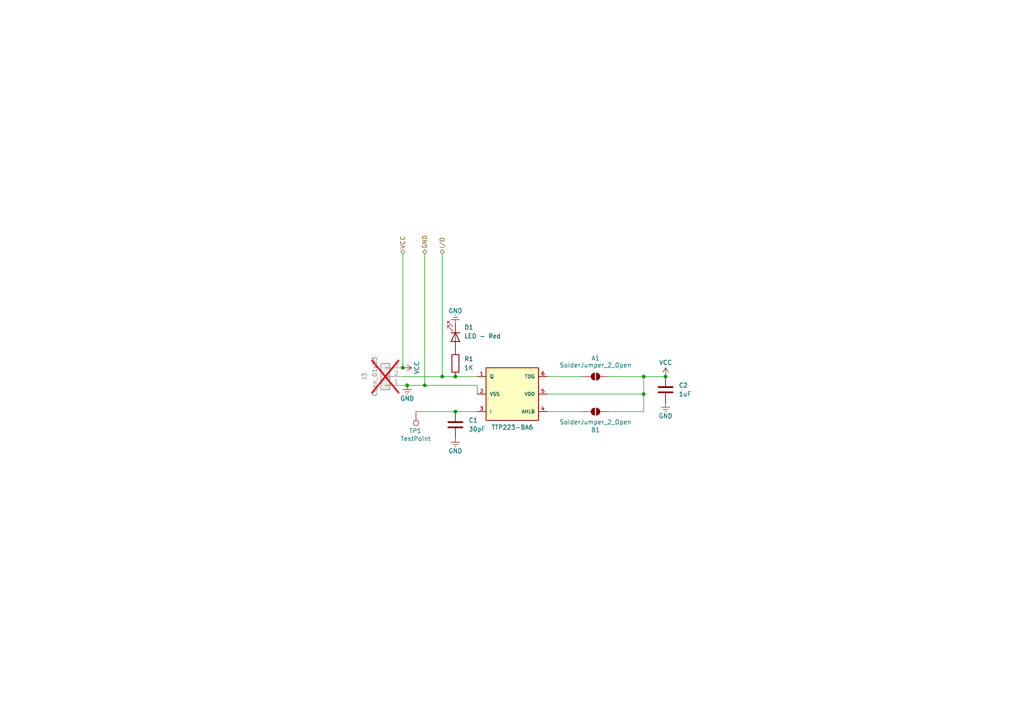
<source format=kicad_sch>
(kicad_sch (version 20231120) (generator "eeschema") (generator_version "8.0")
  (paper "A4")
  (lib_symbols
    (symbol "Connector:TestPoint" (pin_numbers hide) (pin_names (offset 0.762) hide)
      (property "Reference" "TP" (at 0 6.858 0))
      (property "Value" "TestPoint" (at 0 5.08 0))
      (symbol "TestPoint_0_1"
        (circle (center 0 3.302) (radius 0.762))
      )
      (symbol "TestPoint_1_1"
        (pin passive line (at 0 0 90) (length 2.54) (name "1") (number "1"))
      )
    )
    (symbol "Connector_Generic:Conn_01x03" (pin_names (offset 1.016) hide)
      (property "Reference" "J" (at 0 5.08 0))
      (property "Value" "Conn_01x03" (at 0 -5.08 0))
      (symbol "Conn_01x03_1_1"
        (rectangle (start -1.27 -2.413) (end 0 -2.667) (stroke (width 0.1524)))
        (rectangle (start -1.27 0.127) (end 0 -0.127) (stroke (width 0.1524)))
        (rectangle (start -1.27 2.667) (end 0 2.413) (stroke (width 0.1524)))
        (rectangle (start -1.27 3.81) (end 1.27 -3.81) (stroke (width 0.254)) (fill (type background)))
        (pin passive line (at -5.08 2.54 0) (length 3.81) (name "Pin_1") (number "1"))
        (pin passive line (at -5.08 0 0) (length 3.81) (name "Pin_2") (number "2"))
        (pin passive line (at -5.08 -2.54 0) (length 3.81) (name "Pin_3") (number "3"))
      )
    )
    (symbol "Device:C" (pin_numbers hide) (pin_names (offset 0.254))
      (property "Reference" "C" (at 0.635 2.54 0))
      (property "Value" "C" (at 0.635 -2.54 0))
      (symbol "C_0_1"
        (polyline (pts (xy -2.032 -0.762) (xy 2.032 -0.762)) (stroke (width 0.508)))
        (polyline (pts (xy -2.032 0.762) (xy 2.032 0.762)) (stroke (width 0.508)))
      )
      (symbol "C_1_1"
        (pin passive line (at 0 3.81 270) (length 2.794) (name "~") (number "1"))
        (pin passive line (at 0 -3.81 90) (length 2.794) (name "~") (number "2"))
      )
    )
    (symbol "Device:LED" (pin_numbers hide) (pin_names (offset 1.016) hide)
      (property "Reference" "D" (at 0 2.54 0))
      (property "Value" "LED" (at 0 -2.54 0))
      (symbol "LED_0_1"
        (polyline (pts (xy -1.27 -1.27) (xy -1.27 1.27)) (stroke (width 0.254)))
        (polyline (pts (xy -1.27 0) (xy 1.27 0)))
        (polyline (pts (xy 1.27 -1.27) (xy 1.27 1.27) (xy -1.27 0) (xy 1.27 -1.27)) (stroke (width 0.254)))
        (polyline (pts (xy -3.048 -0.762) (xy -4.572 -2.286) (xy -3.81 -2.286) (xy -4.572 -2.286) (xy -4.572 -1.524)))
        (polyline (pts (xy -1.778 -0.762) (xy -3.302 -2.286) (xy -2.54 -2.286) (xy -3.302 -2.286) (xy -3.302 -1.524)))
      )
      (symbol "LED_1_1"
        (pin passive line (at -3.81 0 0) (length 2.54) (name "K") (number "1"))
        (pin passive line (at 3.81 0 180) (length 2.54) (name "A") (number "2"))
      )
    )
    (symbol "Device:R" (pin_numbers hide) (pin_names (offset 0))
      (property "Reference" "R" (at 2.032 0 90))
      (property "Value" "R" (at 0 0 90))
      (symbol "R_0_1"
        (rectangle (start -1.016 -2.54) (end 1.016 2.54) (stroke (width 0.254)))
      )
      (symbol "R_1_1"
        (pin passive line (at 0 3.81 270) (length 1.27) (name "~") (number "1"))
        (pin passive line (at 0 -3.81 90) (length 1.27) (name "~") (number "2"))
      )
    )
    (symbol "Jumper:SolderJumper_2_Open" (pin_numbers hide) (pin_names (offset 0) hide) (exclude_from_sim yes) (in_bom no)
      (property "Reference" "JP" (at 0 2.032 0))
      (property "Value" "SolderJumper_2_Open" (at 0 -2.54 0))
      (symbol "SolderJumper_2_Open_0_1"
        (arc (start -0.254 1.016) (mid -1.2656 0) (end -0.254 -1.016))
        (arc (start -0.254 1.016) (mid -1.2656 0) (end -0.254 -1.016) (fill (type outline)))
        (polyline (pts (xy -0.254 1.016) (xy -0.254 -1.016)))
        (polyline (pts (xy 0.254 1.016) (xy 0.254 -1.016)))
        (arc (start 0.254 -1.016) (mid 1.2656 0) (end 0.254 1.016))
        (arc (start 0.254 -1.016) (mid 1.2656 0) (end 0.254 1.016) (fill (type outline)))
      )
      (symbol "SolderJumper_2_Open_1_1"
        (pin passive line (at -3.81 0 0) (length 2.54) (name "A") (number "1"))
        (pin passive line (at 3.81 0 180) (length 2.54) (name "B") (number "2"))
      )
    )
    (symbol "TTP223-BA6:TTP223-BA6" (pin_names (offset 1.016))
      (property "Reference" "U" (at -1.27 10.668 0))
      (property "Value" "TTP223-BA6" (at -6.35 -7.874 0))
      (property "Manufacturer Part" "TTP233H-BA6" (at 0 0 0))
      (property "JLCPCB" "C2890349" (at 0 0 0))
      (symbol "TTP223-BA6_0_0"
        (rectangle (start -7.62 -5.08) (end 7.62 10.16) (stroke (width 0.254)) (fill (type background)))
        (pin unspecified line (at -10.16 7.62 0) (length 2.54) (name "Q") (number "1"))
        (pin unspecified line (at -10.16 2.54 0) (length 2.54) (name "VSS") (number "2"))
        (pin unspecified line (at -10.16 -2.54 0) (length 2.54) (name "I") (number "3"))
        (pin unspecified line (at 10.16 -2.54 180) (length 2.54) (name "AHLB") (number "4"))
        (pin unspecified line (at 10.16 2.54 180) (length 2.54) (name "VDD") (number "5"))
        (pin unspecified line (at 10.16 7.62 180) (length 2.54) (name "TOG") (number "6"))
      )
    )
    (symbol "power:Earth" (power) (pin_numbers hide) (pin_names (offset 0) hide)
      (property "Value" "Earth" (at 0 -3.81 0))
      (symbol "Earth_0_1"
        (polyline (pts (xy -0.635 -1.905) (xy 0.635 -1.905)))
        (polyline (pts (xy -0.127 -2.54) (xy 0.127 -2.54)))
        (polyline (pts (xy 0 -1.27) (xy 0 0)))
        (polyline (pts (xy 1.27 -1.27) (xy -1.27 -1.27)))
      )
      (symbol "Earth_1_1"
        (pin power_in line (at 0 0 270) (length 0) (name "~") (number "1"))
      )
    )
    (symbol "power:VCC" (power) (pin_numbers hide) (pin_names (offset 0) hide)
      (property "Value" "VCC" (at 0 3.556 0))
      (symbol "VCC_0_1"
        (polyline (pts (xy -0.762 1.27) (xy 0 2.54)))
        (polyline (pts (xy 0 0) (xy 0 2.54)))
        (polyline (pts (xy 0 2.54) (xy 0.762 1.27)))
      )
      (symbol "VCC_1_1"
        (pin power_in line (at 0 0 90) (length 0) (name "~") (number "1"))
      )
    )
  )
  (junction (at 186.69 109.22))
  (junction (at 186.69 114.3))
  (junction (at 132.08 109.22))
  (junction (at 193.04 109.22))
  (junction (at 118.11 111.76))
  (junction (at 128.27 109.22))
  (junction (at 132.08 119.38))
  (junction (at 116.84 106.68))
  (junction (at 123.19 111.76))
  (wire (pts (xy 138.43 111.76) (xy 138.43 114.3)))
  (wire (pts (xy 116.84 73.66) (xy 116.84 106.68)))
  (wire (pts (xy 158.75 119.38) (xy 168.91 119.38)))
  (wire (pts (xy 128.27 109.22) (xy 132.08 109.22)))
  (wire (pts (xy 186.69 114.3) (xy 186.69 119.38)))
  (wire (pts (xy 186.69 114.3) (xy 186.69 109.22)))
  (wire (pts (xy 176.53 119.38) (xy 186.69 119.38)))
  (wire (pts (xy 123.19 111.76) (xy 138.43 111.76)))
  (wire (pts (xy 132.08 119.38) (xy 138.43 119.38)))
  (wire (pts (xy 120.65 119.38) (xy 132.08 119.38)))
  (wire (pts (xy 176.53 109.22) (xy 186.69 109.22)))
  (wire (pts (xy 116.84 111.76) (xy 118.11 111.76)))
  (wire (pts (xy 116.84 109.22) (xy 128.27 109.22)))
  (wire (pts (xy 123.19 73.66) (xy 123.19 111.76)))
  (wire (pts (xy 128.27 73.66) (xy 128.27 109.22)))
  (wire (pts (xy 186.69 109.22) (xy 193.04 109.22)))
  (wire (pts (xy 158.75 109.22) (xy 168.91 109.22)))
  (wire (pts (xy 118.11 111.76) (xy 123.19 111.76)))
  (wire (pts (xy 132.08 109.22) (xy 138.43 109.22)))
  (wire (pts (xy 158.75 114.3) (xy 186.69 114.3)))
  (hierarchical_label "I{slash}O" (shape bidirectional) (at 128.27 73.66 90))
  (hierarchical_label "GND" (shape bidirectional) (at 123.19 73.66 90))
  (hierarchical_label "VCC" (shape bidirectional) (at 116.84 73.66 90))
  (symbol (lib_id "power:Earth") (at 132.08 127 0) (unit 1)
    (property "Reference" "#PWR04" (effects (hide yes)))
    (property "Value" "GND" (at 132.08 130.81 0))
    (property "Description" "Power symbol creates a global label with name \"Earth\"" (effects (hide yes)))
  )
  (symbol (lib_id "Device:R") (at 132.08 105.41 0) (unit 1)
    (property "Reference" "R1" (at 134.62 104.1399 0) (effects (justify left)))
    (property "Value" "1K" (at 134.62 106.6799 0) (effects (justify left)))
    (property "Footprint" "Resistor_SMD:R_0805_2012Metric" (effects (hide yes)))
    (property "Description" "Resistor" (effects (hide yes)))
    (property "Manufacturer Part" "0805W8F1001T5E" (effects (hide yes)))
    (property "JLCPCB" "C17513" (effects (hide yes)))
  )
  (symbol (lib_id "power:Earth") (at 132.08 93.98 180) (unit 1)
    (property "Reference" "#PWR03" (effects (hide yes)))
    (property "Value" "GND" (at 132.08 90.17 0))
    (property "Description" "Power symbol creates a global label with name \"Earth\"" (effects (hide yes)))
  )
  (symbol (lib_id "Device:C") (at 193.04 113.03 0) (unit 1)
    (property "Reference" "C2" (at 196.85 111.7599 0) (effects (justify left)))
    (property "Value" "1uF" (at 196.85 114.2999 0) (effects (justify left)))
    (property "Footprint" "Capacitor_SMD:C_0805_2012Metric" (effects (hide yes)))
    (property "Description" "Unpolarized capacitor" (effects (hide yes)))
    (property "Manufacturer Part" "0805F105M500NT" (effects (hide yes)))
    (property "JLCPCB" "C35795" (effects (hide yes)))
  )
  (symbol (lib_id "TTP223-BA6:TTP223-BA6") (at 148.59 116.84 0) (unit 1)
    (property "Reference" "U1" (effects (hide yes)))
    (property "Value" "TTP223-BA6" (at 148.59 123.952 0))
    (property "Footprint" "extra:TTP223-BA6" (effects (hide yes)))
    (property "Description" "TTP223-BA6 / Sot23" (effects (hide yes)))
    (property "Manufacturer Part" "TTP233H-BA6" (effects (hide yes)))
    (property "JLCPCB" "C2890349" (effects (hide yes)))
  )
  (symbol (lib_id "power:VCC") (at 116.84 106.68 270) (unit 1)
    (property "Reference" "#PWR01" (effects (hide yes)))
    (property "Value" "VCC" (at 120.904 106.68 0))
    (property "Description" "Power symbol creates a global label with name \"VCC\"" (effects (hide yes)))
  )
  (symbol (lib_id "Jumper:SolderJumper_2_Open") (at 172.72 119.38 0) (unit 1) (exclude_from_sim yes) (in_bom no)
    (property "Reference" "B1" (at 172.72 124.714 0))
    (property "Value" "SolderJumper_2_Open" (at 172.72 122.428 0))
    (property "Footprint" "Jumper:SolderJumper-2_P1.3mm_Open_Pad1.0x1.5mm" (effects (hide yes)))
    (property "Description" "Solder Jumper, 2-pole, open" (effects (hide yes)))
  )
  (symbol (lib_id "power:Earth") (at 193.04 116.84 0) (unit 1)
    (property "Reference" "#PWR06" (effects (hide yes)))
    (property "Value" "GND" (at 193.04 120.65 0))
    (property "Description" "Power symbol creates a global label with name \"Earth\"" (effects (hide yes)))
  )
  (symbol (lib_id "power:Earth") (at 118.11 111.76 0) (unit 1)
    (property "Reference" "#PWR02" (effects (hide yes)))
    (property "Value" "GND" (at 118.11 115.57 0))
    (property "Description" "Power symbol creates a global label with name \"Earth\"" (effects (hide yes)))
  )
  (symbol (lib_id "Device:LED") (at 132.08 97.79 270) (unit 1)
    (property "Reference" "D1" (at 134.62 94.9324 90) (effects (justify left)))
    (property "Value" "LED - Red" (at 134.62 97.4724 90) (effects (justify left)))
    (property "Footprint" "LED_SMD:LED_0805_2012Metric" (effects (hide yes)))
    (property "Description" "Light emitting diode" (effects (hide yes)))
    (property "Manufacturer Part" "NCD0805R1" (effects (hide yes)))
    (property "JLCPCB" "C84256" (effects (hide yes)))
  )
  (symbol (lib_id "Connector_Generic:Conn_01x03") (at 111.76 109.22 180) (unit 1) (exclude_from_sim yes) (in_bom no) (on_board no) (dnp yes)
    (property "Reference" "J3" (at 105.664 109.22 90))
    (property "Value" "Conn_01x03" (at 108.712 109.22 90))
    (property "Footprint" "Connector_PinHeader_2.54mm:PinHeader_1x03_P2.54mm_Vertical" (effects (hide yes)))
    (property "Description" "Generic connector, single row, 01x03, script generated (kicad-library-utils/schlib/autogen/connector/)" (effects (hide yes)))
  )
  (symbol (lib_id "power:VCC") (at 193.04 109.22 0) (unit 1)
    (property "Reference" "#PWR05" (effects (hide yes)))
    (property "Value" "VCC" (at 193.04 105.156 0))
    (property "Description" "Power symbol creates a global label with name \"VCC\"" (effects (hide yes)))
  )
  (symbol (lib_id "Connector:TestPoint") (at 120.65 119.38 180) (unit 1) (in_bom no)
    (property "Reference" "TP1" (at 118.618 124.968 0) (effects (justify right)))
    (property "Value" "TestPoint" (at 116.078 127.254 0) (effects (justify right)))
    (property "Description" "test point" (effects (hide yes)))
  )
  (symbol (lib_id "Jumper:SolderJumper_2_Open") (at 172.72 109.22 0) (mirror x) (unit 1) (exclude_from_sim yes) (in_bom no)
    (property "Reference" "A1" (at 172.72 103.886 0))
    (property "Value" "SolderJumper_2_Open" (at 172.72 105.918 0))
    (property "Footprint" "Jumper:SolderJumper-2_P1.3mm_Open_Pad1.0x1.5mm" (effects (hide yes)))
    (property "Description" "Solder Jumper, 2-pole, open" (effects (hide yes)))
  )
  (symbol (lib_id "Device:C") (at 132.08 123.19 0) (unit 1)
    (property "Reference" "C1" (at 135.89 121.9199 0) (effects (justify left)))
    (property "Value" "30pF" (at 135.89 124.4599 0) (effects (justify left)))
    (property "Footprint" "Capacitor_SMD:C_0402_1005Metric" (effects (hide yes)))
    (property "Description" "Unpolarized capacitor" (effects (hide yes)))
    (property "Manufacturer Part" "0402CG300J500NT" (effects (hide yes)))
    (property "JLCPCB" "C1570" (effects (hide yes)))
  )
)
</source>
